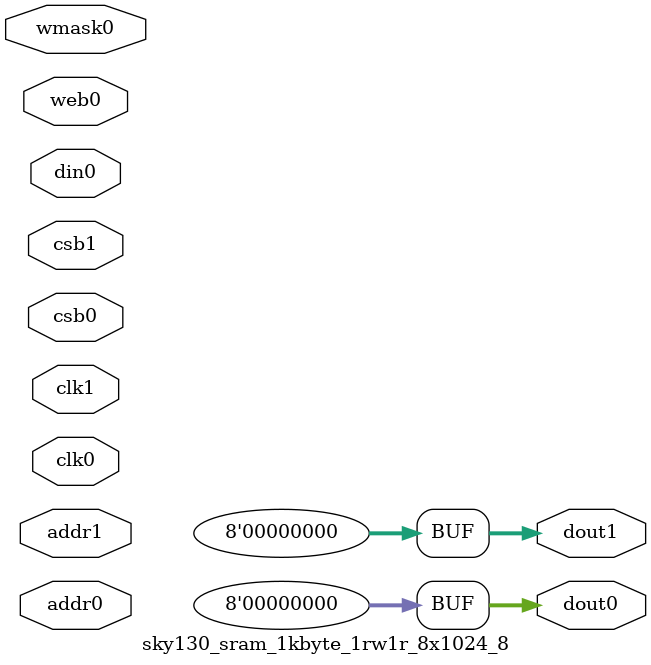
<source format=v>
module sky130_sram_1kbyte_1rw1r_8x1024_8(	// file.cleaned.mlir:2:3
  input        clk0,	// file.cleaned.mlir:2:51
               csb0,	// file.cleaned.mlir:2:66
               web0,	// file.cleaned.mlir:2:81
               wmask0,	// file.cleaned.mlir:2:96
  input  [9:0] addr0,	// file.cleaned.mlir:2:113
  input  [7:0] din0,	// file.cleaned.mlir:2:130
  input        clk1,	// file.cleaned.mlir:2:145
               csb1,	// file.cleaned.mlir:2:160
  input  [9:0] addr1,	// file.cleaned.mlir:2:175
  output [7:0] dout0,	// file.cleaned.mlir:2:193
               dout1	// file.cleaned.mlir:2:209
);

  assign dout0 = 8'h0;	// file.cleaned.mlir:3:14, :4:5
  assign dout1 = 8'h0;	// file.cleaned.mlir:3:14, :4:5
endmodule


</source>
